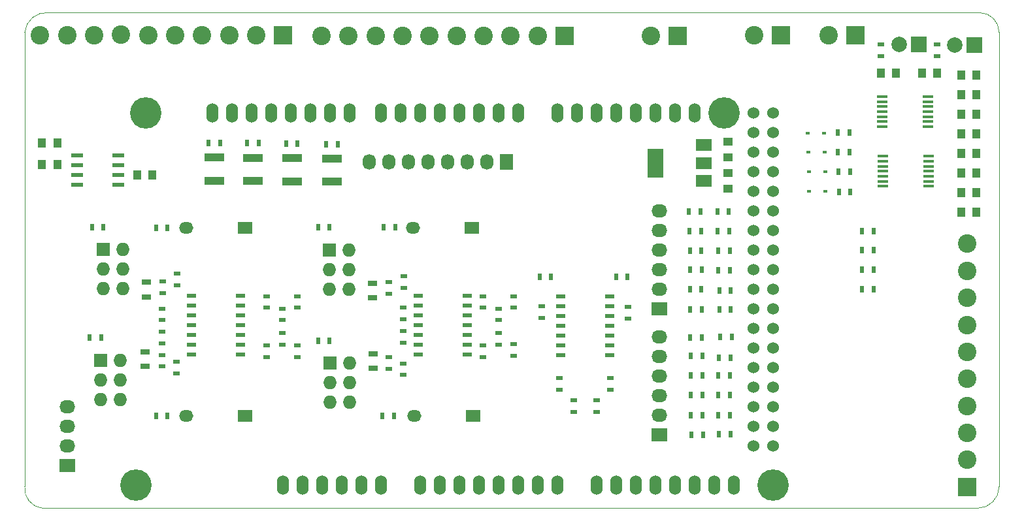
<source format=gts>
G04 #@! TF.FileFunction,Soldermask,Top*
%FSLAX46Y46*%
G04 Gerber Fmt 4.6, Leading zero omitted, Abs format (unit mm)*
G04 Created by KiCad (PCBNEW 4.0.2-stable) date Sunday, December 11, 2016 'AMt' 07:35:52 AM*
%MOMM*%
G01*
G04 APERTURE LIST*
%ADD10C,0.100000*%
%ADD11O,1.524000X2.540000*%
%ADD12C,1.524000*%
%ADD13R,2.000000X2.000000*%
%ADD14C,2.000000*%
%ADD15C,2.400000*%
%ADD16R,2.400000X2.400000*%
%ADD17C,4.064000*%
%ADD18R,2.500000X1.000000*%
%ADD19R,1.250000X1.000000*%
%ADD20R,1.000000X1.250000*%
%ADD21R,0.590000X0.450000*%
%ADD22R,2.032000X1.727200*%
%ADD23O,2.032000X1.727200*%
%ADD24R,1.727200X1.727200*%
%ADD25O,1.727200X1.727200*%
%ADD26R,1.727200X2.032000*%
%ADD27O,1.727200X2.032000*%
%ADD28R,0.500000X0.900000*%
%ADD29R,0.900000X0.500000*%
%ADD30R,1.300000X0.700000*%
%ADD31R,1.824000X1.524000*%
%ADD32O,1.824000X1.524000*%
%ADD33R,1.143000X0.508000*%
%ADD34R,1.550000X0.600000*%
%ADD35R,2.000000X3.800000*%
%ADD36R,2.000000X1.500000*%
%ADD37R,1.450000X0.450000*%
G04 APERTURE END LIST*
D10*
X40386000Y-49022000D02*
X161036000Y-49022000D01*
X37338000Y-110490000D02*
X37338000Y-51562000D01*
X160782000Y-113284000D02*
X39624000Y-113284000D01*
X163576000Y-51562000D02*
X163576000Y-110490000D01*
X163576000Y-51562000D02*
G75*
G03X161036000Y-49022000I-2540000J0D01*
G01*
X40386000Y-49022000D02*
G75*
G03X37338000Y-51562000I-254000J-2794000D01*
G01*
X160782000Y-113284000D02*
G75*
G03X163576000Y-110490000I0J2794000D01*
G01*
X37338000Y-110490000D02*
G75*
G03X39624000Y-113284000I2540000J-254000D01*
G01*
D11*
X106318000Y-62047000D03*
X108858000Y-62047000D03*
X111398000Y-62047000D03*
X113938000Y-62047000D03*
X116478000Y-62047000D03*
X119018000Y-62047000D03*
X121558000Y-62047000D03*
X124098000Y-62047000D03*
X129178000Y-110307000D03*
X126638000Y-110307000D03*
X124098000Y-110307000D03*
X121558000Y-110307000D03*
X111398000Y-110307000D03*
X106318000Y-110307000D03*
X103778000Y-110307000D03*
X113938000Y-110307000D03*
X116478000Y-110307000D03*
X119018000Y-110307000D03*
X101238000Y-110307000D03*
X98698000Y-110307000D03*
X96158000Y-110307000D03*
X88538000Y-110307000D03*
X91078000Y-110307000D03*
X93618000Y-110307000D03*
X83458000Y-110307000D03*
X80918000Y-110307000D03*
X78378000Y-110307000D03*
X73298000Y-110307000D03*
X70758000Y-110307000D03*
X101238000Y-62047000D03*
X98698000Y-62047000D03*
X96158000Y-62047000D03*
X93618000Y-62047000D03*
X91078000Y-62047000D03*
X88538000Y-62047000D03*
X85998000Y-62047000D03*
X83458000Y-62047000D03*
X79394000Y-62047000D03*
X76854000Y-62047000D03*
X74314000Y-62047000D03*
X71774000Y-62047000D03*
X69234000Y-62047000D03*
X66694000Y-62047000D03*
X64154000Y-62047000D03*
X61614000Y-62047000D03*
X75838000Y-110307000D03*
D12*
X131718000Y-64587000D03*
X134258000Y-64587000D03*
X131718000Y-67127000D03*
X134258000Y-67127000D03*
X131718000Y-69667000D03*
X134258000Y-69667000D03*
X131718000Y-72207000D03*
X134258000Y-72207000D03*
X131718000Y-62047000D03*
X134258000Y-62047000D03*
X134258000Y-74747000D03*
X131718000Y-74747000D03*
X131718000Y-77287000D03*
X134258000Y-77287000D03*
X131718000Y-79827000D03*
X134258000Y-79827000D03*
X131718000Y-82367000D03*
X134258000Y-82367000D03*
X131718000Y-84907000D03*
X134258000Y-84907000D03*
X131718000Y-87447000D03*
X134258000Y-87447000D03*
X131718000Y-89987000D03*
X134258000Y-89987000D03*
X131718000Y-92527000D03*
X134258000Y-92527000D03*
X131718000Y-95067000D03*
X134258000Y-95067000D03*
X131718000Y-97607000D03*
X134258000Y-97607000D03*
X131718000Y-100147000D03*
X134258000Y-100147000D03*
X131718000Y-102687000D03*
X134258000Y-102687000D03*
X131718000Y-105227000D03*
X134258000Y-105227000D03*
D13*
X160399500Y-53191800D03*
D14*
X157859500Y-53191800D03*
D13*
X153185900Y-53166400D03*
D14*
X150645900Y-53166400D03*
D15*
X159411200Y-103502200D03*
X159411200Y-107002200D03*
X159411200Y-100002200D03*
X159411200Y-96502200D03*
X159411200Y-93002200D03*
X159442929Y-89502200D03*
D16*
X159411200Y-110502200D03*
D15*
X159411200Y-86002200D03*
X159411200Y-82502200D03*
X159411200Y-79002200D03*
X63816000Y-51929800D03*
X67316000Y-51929800D03*
X60316000Y-51929800D03*
X56816000Y-51929800D03*
X53316000Y-51929800D03*
X49816000Y-51898071D03*
D16*
X70816000Y-51929800D03*
D15*
X46316000Y-51929800D03*
X42816000Y-51929800D03*
X39316000Y-51929800D03*
X100290400Y-52031400D03*
X103790400Y-52031400D03*
X96790400Y-52031400D03*
X93290400Y-52031400D03*
X89790400Y-52031400D03*
X86290400Y-51999671D03*
D16*
X107290400Y-52031400D03*
D15*
X82790400Y-52031400D03*
X79290400Y-52031400D03*
X75790400Y-52031400D03*
D17*
X127971500Y-62013500D03*
X134321500Y-110273500D03*
X51771500Y-110273500D03*
X53041500Y-62013500D03*
D15*
X141458600Y-51917100D03*
D16*
X144958600Y-51917100D03*
D15*
X131832000Y-51942500D03*
D16*
X135332000Y-51942500D03*
D15*
X118433500Y-52069500D03*
D16*
X121933500Y-52069500D03*
D18*
X77166000Y-67955800D03*
X77166000Y-70955800D03*
X61926000Y-67803400D03*
X61926000Y-70803400D03*
X66904400Y-67854200D03*
X66904400Y-70854200D03*
X71933600Y-67905000D03*
X71933600Y-70905000D03*
D19*
X128418000Y-67789000D03*
X128418000Y-65789000D03*
X128418000Y-71853000D03*
X128418000Y-69853000D03*
D20*
X158660000Y-57137000D03*
X160660000Y-57137000D03*
X158660000Y-59677000D03*
X160660000Y-59677000D03*
X158660000Y-62217000D03*
X160660000Y-62217000D03*
X160660000Y-64757000D03*
X158660000Y-64757000D03*
X158660000Y-67297000D03*
X160660000Y-67297000D03*
X158660000Y-69837000D03*
X160660000Y-69837000D03*
X160660000Y-72377000D03*
X158660000Y-72377000D03*
X160660000Y-74917000D03*
X158660000Y-74917000D03*
X150246000Y-56883000D03*
X148246000Y-56883000D03*
X155580000Y-56883000D03*
X153580000Y-56883000D03*
X39588000Y-65947000D03*
X41588000Y-65947000D03*
X39588000Y-68747000D03*
X41588000Y-68747000D03*
X53888000Y-70047000D03*
X51888000Y-70047000D03*
D21*
X138785500Y-64642500D03*
X140895500Y-64642500D03*
X138976000Y-72199000D03*
X141086000Y-72199000D03*
X138849000Y-67119000D03*
X140959000Y-67119000D03*
X138912500Y-69659000D03*
X141022500Y-69659000D03*
D22*
X42888000Y-107747000D03*
D23*
X42888000Y-105207000D03*
X42888000Y-102667000D03*
X42888000Y-100127000D03*
D22*
X119533200Y-87439000D03*
D23*
X119533200Y-84899000D03*
X119533200Y-82359000D03*
X119533200Y-79819000D03*
X119533200Y-77279000D03*
X119533200Y-74739000D03*
D22*
X119533200Y-103745800D03*
D23*
X119533200Y-101205800D03*
X119533200Y-98665800D03*
X119533200Y-96125800D03*
X119533200Y-93585800D03*
X119533200Y-91045800D03*
D24*
X76788000Y-79847000D03*
D25*
X79328000Y-79847000D03*
X76788000Y-82387000D03*
X79328000Y-82387000D03*
X76788000Y-84927000D03*
X79328000Y-84927000D03*
D26*
X99721200Y-68338200D03*
D27*
X97181200Y-68338200D03*
X94641200Y-68338200D03*
X92101200Y-68338200D03*
X89561200Y-68338200D03*
X87021200Y-68338200D03*
X84481200Y-68338200D03*
X81941200Y-68338200D03*
D24*
X47488000Y-79747000D03*
D25*
X50028000Y-79747000D03*
X47488000Y-82287000D03*
X50028000Y-82287000D03*
X47488000Y-84827000D03*
X50028000Y-84827000D03*
D24*
X76862000Y-94475000D03*
D25*
X79402000Y-94475000D03*
X76862000Y-97015000D03*
X79402000Y-97015000D03*
X76862000Y-99555000D03*
X79402000Y-99555000D03*
D24*
X47188000Y-94147000D03*
D25*
X49728000Y-94147000D03*
X47188000Y-96687000D03*
X49728000Y-96687000D03*
X47188000Y-99227000D03*
X49728000Y-99227000D03*
D28*
X76365200Y-66052200D03*
X77865200Y-66052200D03*
X61176000Y-65899800D03*
X62676000Y-65899800D03*
X66154400Y-65950600D03*
X67654400Y-65950600D03*
X71183600Y-66001400D03*
X72683600Y-66001400D03*
D29*
X98688000Y-90597000D03*
X98688000Y-92097000D03*
D28*
X85338000Y-76847000D03*
X83838000Y-76847000D03*
X147288000Y-77347000D03*
X145788000Y-77347000D03*
D29*
X100688000Y-87297000D03*
X100688000Y-85797000D03*
X96688000Y-93697000D03*
X96688000Y-92197000D03*
D28*
X147288000Y-84847000D03*
X145788000Y-84847000D03*
D29*
X96688000Y-85797000D03*
X96688000Y-87297000D03*
X100688000Y-91997000D03*
X100688000Y-93497000D03*
D28*
X85188000Y-101347000D03*
X83688000Y-101347000D03*
D29*
X98688000Y-88897000D03*
X98688000Y-87397000D03*
X70688000Y-90597000D03*
X70688000Y-92097000D03*
D28*
X55838000Y-76947000D03*
X54338000Y-76947000D03*
X147338000Y-82347000D03*
X145838000Y-82347000D03*
X147288000Y-79847000D03*
X145788000Y-79847000D03*
D29*
X72688000Y-87297000D03*
X72688000Y-85797000D03*
X68688000Y-85797000D03*
X68688000Y-87297000D03*
X68688000Y-93697000D03*
X68688000Y-92197000D03*
X72688000Y-92197000D03*
X72688000Y-93697000D03*
X70688000Y-88897000D03*
X70688000Y-87397000D03*
D28*
X55838000Y-101347000D03*
X54338000Y-101347000D03*
X76838000Y-76847000D03*
X75338000Y-76847000D03*
X47538000Y-76847000D03*
X46038000Y-76847000D03*
D29*
X104288000Y-87097000D03*
X104288000Y-88597000D03*
X86488000Y-84697000D03*
X86488000Y-83197000D03*
D30*
X82388000Y-84097000D03*
X82388000Y-85997000D03*
D29*
X57088000Y-84397000D03*
X57088000Y-82897000D03*
D30*
X53088000Y-83997000D03*
X53088000Y-85897000D03*
D29*
X84488000Y-83997000D03*
X84488000Y-85497000D03*
X86388000Y-87297000D03*
X86388000Y-88797000D03*
X55188000Y-83897000D03*
X55188000Y-85397000D03*
X55088000Y-87397000D03*
X55088000Y-88897000D03*
D28*
X105538000Y-83247000D03*
X104038000Y-83247000D03*
X76838000Y-91547000D03*
X75338000Y-91547000D03*
X47238000Y-91147000D03*
X45738000Y-91147000D03*
D29*
X115488000Y-87197000D03*
X115488000Y-88697000D03*
X86388000Y-94497000D03*
X86388000Y-95997000D03*
D30*
X82450000Y-95171000D03*
X82450000Y-93271000D03*
D29*
X56988000Y-94297000D03*
X56988000Y-95797000D03*
D30*
X52888000Y-94897000D03*
X52888000Y-92997000D03*
D28*
X113938000Y-83247000D03*
X115438000Y-83247000D03*
D29*
X84482000Y-95225000D03*
X84482000Y-93725000D03*
X86388000Y-91797000D03*
X86388000Y-90297000D03*
X55088000Y-94897000D03*
X55088000Y-93397000D03*
X55088000Y-91897000D03*
X55088000Y-90397000D03*
X108488000Y-100797000D03*
X108488000Y-99297000D03*
X106588000Y-96397000D03*
X106588000Y-97897000D03*
X111388000Y-100797000D03*
X111388000Y-99297000D03*
X113188000Y-96397000D03*
X113188000Y-97897000D03*
D28*
X124906000Y-74789800D03*
X123406000Y-74789800D03*
X124956800Y-77329800D03*
X123456800Y-77329800D03*
X125007600Y-79869800D03*
X123507600Y-79869800D03*
X125038000Y-82347000D03*
X123538000Y-82347000D03*
X125007600Y-84899000D03*
X123507600Y-84899000D03*
X125058400Y-87489800D03*
X123558400Y-87489800D03*
X125038000Y-91147000D03*
X123538000Y-91147000D03*
X125109200Y-93535000D03*
X123609200Y-93535000D03*
X125160000Y-96075000D03*
X123660000Y-96075000D03*
X125160000Y-98615000D03*
X123660000Y-98615000D03*
X125160000Y-101205800D03*
X123660000Y-101205800D03*
X125238000Y-103747000D03*
X123738000Y-103747000D03*
X128563600Y-74789800D03*
X127063600Y-74789800D03*
X128614400Y-77329800D03*
X127114400Y-77329800D03*
X128665200Y-79869800D03*
X127165200Y-79869800D03*
X128716000Y-82409800D03*
X127216000Y-82409800D03*
X128817600Y-85051400D03*
X127317600Y-85051400D03*
X128817600Y-87489800D03*
X127317600Y-87489800D03*
X128919200Y-91045800D03*
X127419200Y-91045800D03*
X128766800Y-93789000D03*
X127266800Y-93789000D03*
X128665200Y-96075000D03*
X127165200Y-96075000D03*
X128716000Y-98564200D03*
X127216000Y-98564200D03*
X128716000Y-101205800D03*
X127216000Y-101205800D03*
X128766800Y-103695000D03*
X127266800Y-103695000D03*
X142710000Y-64579000D03*
X144210000Y-64579000D03*
X142811600Y-72249800D03*
X144311600Y-72249800D03*
X142710000Y-67068200D03*
X144210000Y-67068200D03*
X142760800Y-69608200D03*
X144260800Y-69608200D03*
D29*
X155525000Y-53161000D03*
X155525000Y-54661000D03*
X148286000Y-53161000D03*
X148286000Y-54661000D03*
D31*
X95288000Y-76947000D03*
D32*
X87668000Y-76947000D03*
D31*
X95388000Y-101347000D03*
D32*
X87768000Y-101347000D03*
D31*
X65888000Y-76947000D03*
D32*
X58268000Y-76947000D03*
D31*
X65888000Y-101347000D03*
D32*
X58268000Y-101347000D03*
D33*
X65279200Y-93331800D03*
X65279200Y-92061800D03*
X65279200Y-90791800D03*
X65279200Y-89521800D03*
X65279200Y-88251800D03*
X65279200Y-86981800D03*
X65279200Y-85711800D03*
X58929200Y-85711800D03*
X58929200Y-86981800D03*
X58929200Y-89521800D03*
X58929200Y-90791800D03*
X58929200Y-92061800D03*
X58929200Y-93331800D03*
X58929200Y-88251800D03*
X94690000Y-93357000D03*
X94690000Y-92087000D03*
X94690000Y-90817000D03*
X94690000Y-89547000D03*
X94690000Y-88277000D03*
X94690000Y-87007000D03*
X94690000Y-85737000D03*
X88340000Y-85737000D03*
X88340000Y-87007000D03*
X88340000Y-89547000D03*
X88340000Y-90817000D03*
X88340000Y-92087000D03*
X88340000Y-93357000D03*
X88340000Y-88277000D03*
X113090000Y-93457000D03*
X113090000Y-92187000D03*
X113090000Y-90917000D03*
X113090000Y-89647000D03*
X113090000Y-88377000D03*
X113090000Y-87107000D03*
X113090000Y-85837000D03*
X106740000Y-85837000D03*
X106740000Y-87107000D03*
X106740000Y-89647000D03*
X106740000Y-90917000D03*
X106740000Y-92187000D03*
X106740000Y-93457000D03*
X106740000Y-88377000D03*
D34*
X44088000Y-67542000D03*
X44088000Y-68812000D03*
X44088000Y-70082000D03*
X44088000Y-71352000D03*
X49488000Y-71352000D03*
X49488000Y-70082000D03*
X49488000Y-68812000D03*
X49488000Y-67542000D03*
D35*
X119037500Y-68516000D03*
D36*
X125337500Y-68516000D03*
X125337500Y-66216000D03*
X125337500Y-70816000D03*
D37*
X154347500Y-63798500D03*
X154347500Y-63148500D03*
X154347500Y-62498500D03*
X154347500Y-61848500D03*
X154347500Y-61198500D03*
X154347500Y-60548500D03*
X154347500Y-59898500D03*
X148447500Y-59898500D03*
X148447500Y-60548500D03*
X148447500Y-61198500D03*
X148447500Y-61848500D03*
X148447500Y-62498500D03*
X148447500Y-63148500D03*
X148447500Y-63798500D03*
X154411000Y-71545500D03*
X154411000Y-70895500D03*
X154411000Y-70245500D03*
X154411000Y-69595500D03*
X154411000Y-68945500D03*
X154411000Y-68295500D03*
X154411000Y-67645500D03*
X148511000Y-67645500D03*
X148511000Y-68295500D03*
X148511000Y-68945500D03*
X148511000Y-69595500D03*
X148511000Y-70245500D03*
X148511000Y-70895500D03*
X148511000Y-71545500D03*
M02*

</source>
